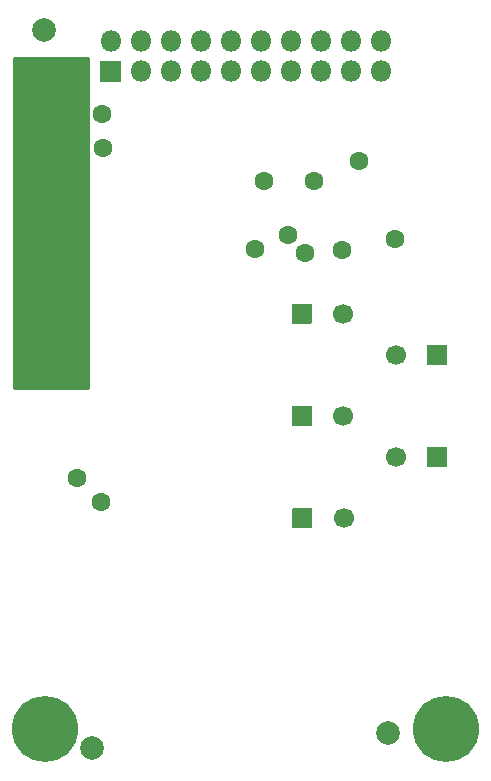
<source format=gbs>
G04 #@! TF.GenerationSoftware,KiCad,Pcbnew,(5.1.10)-1*
G04 #@! TF.CreationDate,2021-11-22T18:42:53+05:30*
G04 #@! TF.ProjectId,P-1000072_Cicada Wi-Fi,502d3130-3030-4303-9732-5f4369636164,0.1*
G04 #@! TF.SameCoordinates,PX7cee6c0PY3dfd240*
G04 #@! TF.FileFunction,Soldermask,Bot*
G04 #@! TF.FilePolarity,Negative*
%FSLAX46Y46*%
G04 Gerber Fmt 4.6, Leading zero omitted, Abs format (unit mm)*
G04 Created by KiCad (PCBNEW (5.1.10)-1) date 2021-11-22 18:42:53*
%MOMM*%
%LPD*%
G01*
G04 APERTURE LIST*
%ADD10C,1.600000*%
%ADD11O,1.800000X1.800000*%
%ADD12C,1.700000*%
%ADD13C,5.600000*%
%ADD14C,2.000000*%
%ADD15C,0.254000*%
%ADD16C,0.100000*%
G04 APERTURE END LIST*
D10*
X8204200Y-16454120D03*
D11*
X11455400Y1244600D03*
X11455400Y-1295400D03*
X8915400Y1244600D03*
X8915400Y-1295400D03*
X6375400Y1244600D03*
X6375400Y-1295400D03*
X3835400Y1244600D03*
X3835400Y-1295400D03*
X1295400Y1244600D03*
X1295400Y-1295400D03*
X-1244600Y1244600D03*
X-1244600Y-1295400D03*
X-3784600Y1244600D03*
X-3784600Y-1295400D03*
X-6324600Y1244600D03*
X-6324600Y-1295400D03*
X-8864600Y1244600D03*
X-8864600Y-1295400D03*
X-11404600Y1244600D03*
G36*
G01*
X-12254600Y-395400D02*
X-10554600Y-395400D01*
G75*
G02*
X-10504600Y-445400I0J-50000D01*
G01*
X-10504600Y-2145400D01*
G75*
G02*
X-10554600Y-2195400I-50000J0D01*
G01*
X-12254600Y-2195400D01*
G75*
G02*
X-12304600Y-2145400I0J50000D01*
G01*
X-12304600Y-445400D01*
G75*
G02*
X-12254600Y-395400I50000J0D01*
G01*
G37*
D10*
X5008880Y-16687800D03*
D12*
X8280400Y-30457140D03*
G36*
G01*
X3930400Y-31257140D02*
X3930400Y-29657140D01*
G75*
G02*
X3980400Y-29607140I50000J0D01*
G01*
X5580400Y-29607140D01*
G75*
G02*
X5630400Y-29657140I0J-50000D01*
G01*
X5630400Y-31257140D01*
G75*
G02*
X5580400Y-31307140I-50000J0D01*
G01*
X3980400Y-31307140D01*
G75*
G02*
X3930400Y-31257140I0J50000D01*
G01*
G37*
D10*
X3622040Y-15138400D03*
D12*
X8239760Y-21798280D03*
G36*
G01*
X3889760Y-22598280D02*
X3889760Y-20998280D01*
G75*
G02*
X3939760Y-20948280I50000J0D01*
G01*
X5539760Y-20948280D01*
G75*
G02*
X5589760Y-20998280I0J-50000D01*
G01*
X5589760Y-22598280D01*
G75*
G02*
X5539760Y-22648280I-50000J0D01*
G01*
X3939760Y-22648280D01*
G75*
G02*
X3889760Y-22598280I0J50000D01*
G01*
G37*
D10*
X-12255500Y-37754560D03*
X797560Y-16347440D03*
D12*
X12702540Y-25318720D03*
G36*
G01*
X17052540Y-24518720D02*
X17052540Y-26118720D01*
G75*
G02*
X17002540Y-26168720I-50000J0D01*
G01*
X15402540Y-26168720D01*
G75*
G02*
X15352540Y-26118720I0J50000D01*
G01*
X15352540Y-24518720D01*
G75*
G02*
X15402540Y-24468720I50000J0D01*
G01*
X17002540Y-24468720D01*
G75*
G02*
X17052540Y-24518720I0J-50000D01*
G01*
G37*
X12722860Y-33962340D03*
G36*
G01*
X17072860Y-33162340D02*
X17072860Y-34762340D01*
G75*
G02*
X17022860Y-34812340I-50000J0D01*
G01*
X15422860Y-34812340D01*
G75*
G02*
X15372860Y-34762340I0J50000D01*
G01*
X15372860Y-33162340D01*
G75*
G02*
X15422860Y-33112340I50000J0D01*
G01*
X17022860Y-33112340D01*
G75*
G02*
X17072860Y-33162340I0J-50000D01*
G01*
G37*
D10*
X-14269720Y-35745420D03*
X5820000Y-10570000D03*
X1590000Y-10570000D03*
X-12130000Y-4900000D03*
X-12110000Y-7790000D03*
X12630000Y-15460000D03*
X9600000Y-8870000D03*
D12*
X8315840Y-39116000D03*
G36*
G01*
X3965840Y-39916000D02*
X3965840Y-38316000D01*
G75*
G02*
X4015840Y-38266000I50000J0D01*
G01*
X5615840Y-38266000D01*
G75*
G02*
X5665840Y-38316000I0J-50000D01*
G01*
X5665840Y-39916000D01*
G75*
G02*
X5615840Y-39966000I-50000J0D01*
G01*
X4015840Y-39966000D01*
G75*
G02*
X3965840Y-39916000I0J50000D01*
G01*
G37*
D13*
X-17000000Y-57000000D03*
D14*
X12031980Y-57343040D03*
X-12964160Y-58587640D03*
X-17096740Y2212340D03*
D13*
X17000000Y-57000000D03*
D15*
X-13377000Y-28113000D02*
X-19623000Y-28113000D01*
X-19623000Y-167000D01*
X-13377000Y-167000D01*
X-13377000Y-28113000D01*
D16*
G36*
X-13377000Y-28113000D02*
G01*
X-19623000Y-28113000D01*
X-19623000Y-167000D01*
X-13377000Y-167000D01*
X-13377000Y-28113000D01*
G37*
M02*

</source>
